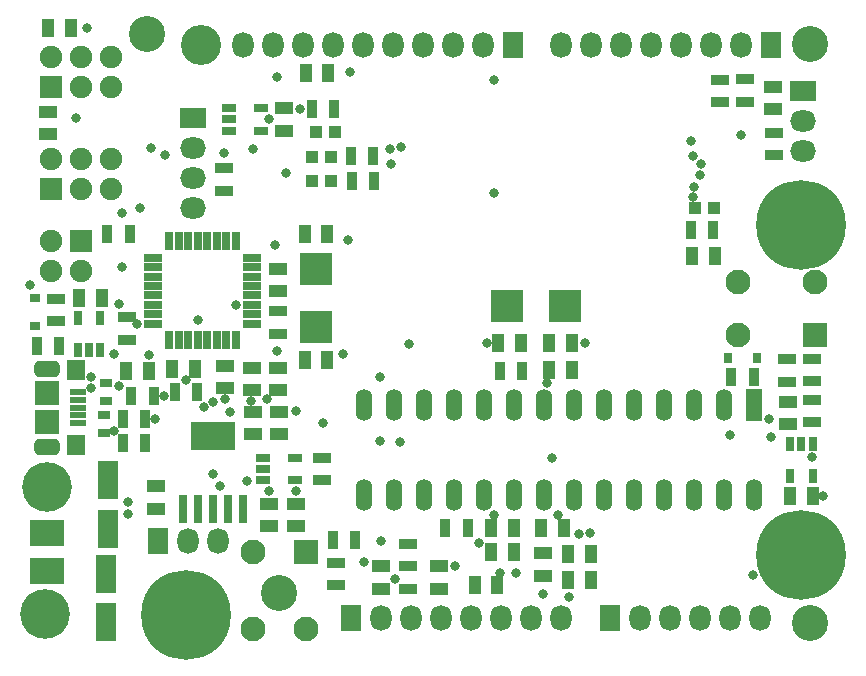
<source format=gts>
G04*
G04 #@! TF.GenerationSoftware,Altium Limited,Altium Designer,20.0.13 (296)*
G04*
G04 Layer_Color=8388736*
%FSLAX44Y44*%
%MOMM*%
G71*
G01*
G75*
%ADD39R,2.1000X2.1000*%
%ADD40R,1.6000X1.8000*%
%ADD41R,1.4500X0.5000*%
%ADD42R,0.9000X1.5000*%
%ADD43R,1.6200X0.6700*%
%ADD44R,0.6700X1.6200*%
%ADD45R,0.8858X0.7588*%
%ADD46R,0.7588X0.8858*%
%ADD47R,1.0000X1.0000*%
%ADD48R,1.2000X0.7500*%
%ADD49R,1.5000X0.9000*%
%ADD50R,1.5000X1.1000*%
%ADD51R,1.1000X0.8000*%
%ADD52R,1.1000X1.5000*%
%ADD53C,3.0480*%
%ADD54R,1.8000X3.2000*%
%ADD55R,2.9000X2.2000*%
%ADD56R,0.7500X1.2000*%
%ADD57R,2.8000X2.7000*%
%ADD58R,3.7000X2.4000*%
%ADD59R,0.8000X2.4000*%
%ADD60R,2.7000X2.8000*%
%ADD61C,3.4000*%
%ADD62C,1.9000*%
%ADD63R,1.9000X1.9000*%
%ADD64C,2.1000*%
%ADD65R,2.1000X2.1000*%
%ADD66C,4.2000*%
G04:AMPARAMS|DCode=67|XSize=2.2mm|YSize=1.4mm|CornerRadius=0.46mm|HoleSize=0mm|Usage=FLASHONLY|Rotation=0.000|XOffset=0mm|YOffset=0mm|HoleType=Round|Shape=RoundedRectangle|*
%AMROUNDEDRECTD67*
21,1,2.2000,0.4800,0,0,0.0*
21,1,1.2800,1.4000,0,0,0.0*
1,1,0.9200,0.6400,-0.2400*
1,1,0.9200,-0.6400,-0.2400*
1,1,0.9200,-0.6400,0.2400*
1,1,0.9200,0.6400,0.2400*
%
%ADD67ROUNDEDRECTD67*%
%ADD68O,1.8000X2.2000*%
%ADD69R,1.8000X2.2000*%
%ADD70O,2.2000X1.8000*%
%ADD71R,2.2000X1.8000*%
%ADD72C,7.6000*%
%ADD73R,1.4000X2.7000*%
%ADD74O,1.4000X2.7000*%
%ADD75C,0.8000*%
D39*
X21995Y189000D02*
D03*
Y213000D02*
D03*
X241500Y78500D02*
D03*
D40*
X46495Y169000D02*
D03*
Y233000D02*
D03*
D41*
X48745Y188000D02*
D03*
Y194500D02*
D03*
Y201000D02*
D03*
Y207500D02*
D03*
Y214000D02*
D03*
D42*
X279500Y414000D02*
D03*
X298500D02*
D03*
X283500Y89000D02*
D03*
X264500D02*
D03*
X280500Y393000D02*
D03*
X299500D02*
D03*
X92500Y348000D02*
D03*
X73500D02*
D03*
X112500Y211000D02*
D03*
X93500D02*
D03*
X86500Y191000D02*
D03*
X105500D02*
D03*
Y171000D02*
D03*
X86500D02*
D03*
X378500Y99000D02*
D03*
X359500D02*
D03*
X620500Y227000D02*
D03*
X601500D02*
D03*
X265500Y454000D02*
D03*
X246500D02*
D03*
X405500Y232000D02*
D03*
X424500D02*
D03*
X586500Y351000D02*
D03*
X567500D02*
D03*
X13500Y253000D02*
D03*
X32500D02*
D03*
X149500Y214000D02*
D03*
X130500D02*
D03*
D43*
X196000Y272000D02*
D03*
Y280000D02*
D03*
Y288000D02*
D03*
Y296000D02*
D03*
Y304000D02*
D03*
Y312000D02*
D03*
Y320000D02*
D03*
Y328000D02*
D03*
X112000D02*
D03*
Y320000D02*
D03*
Y312000D02*
D03*
Y304000D02*
D03*
Y296000D02*
D03*
Y288000D02*
D03*
Y280000D02*
D03*
Y272000D02*
D03*
D44*
X182000Y342000D02*
D03*
X174000D02*
D03*
X166000D02*
D03*
X158000D02*
D03*
X150000D02*
D03*
X142000D02*
D03*
X134000D02*
D03*
X126000D02*
D03*
Y258000D02*
D03*
X134000D02*
D03*
X142000D02*
D03*
X150000D02*
D03*
X158000D02*
D03*
X166000D02*
D03*
X174000D02*
D03*
X182000D02*
D03*
D45*
X12000Y269808D02*
D03*
Y294192D02*
D03*
D46*
X598808Y243000D02*
D03*
X623192D02*
D03*
D47*
X571000Y370000D02*
D03*
X587000D02*
D03*
X266000Y434000D02*
D03*
X250000D02*
D03*
X247000Y413000D02*
D03*
X263000D02*
D03*
Y393000D02*
D03*
X247000D02*
D03*
D48*
X205500Y158500D02*
D03*
Y149000D02*
D03*
Y139500D02*
D03*
X232500Y158500D02*
D03*
Y139500D02*
D03*
X203500Y435500D02*
D03*
Y454500D02*
D03*
X176500Y435500D02*
D03*
Y445000D02*
D03*
Y454500D02*
D03*
D49*
X255000Y158500D02*
D03*
Y139500D02*
D03*
X267000Y69500D02*
D03*
Y50500D02*
D03*
X172000Y384500D02*
D03*
Y403500D02*
D03*
X90000Y258500D02*
D03*
Y277500D02*
D03*
X218000Y263500D02*
D03*
Y282500D02*
D03*
X613000Y479000D02*
D03*
Y460000D02*
D03*
X592000Y459500D02*
D03*
Y478500D02*
D03*
X638000Y433500D02*
D03*
Y414500D02*
D03*
X670000Y207500D02*
D03*
Y188500D02*
D03*
X30000Y274000D02*
D03*
Y293000D02*
D03*
X670000Y223500D02*
D03*
Y242500D02*
D03*
X649000Y223000D02*
D03*
Y242000D02*
D03*
X328000Y85500D02*
D03*
Y66500D02*
D03*
Y47500D02*
D03*
Y66500D02*
D03*
D50*
X233000Y119500D02*
D03*
Y100500D02*
D03*
X219000Y197500D02*
D03*
Y178500D02*
D03*
X218000Y215500D02*
D03*
Y234500D02*
D03*
X196000Y215500D02*
D03*
Y234500D02*
D03*
X218000Y299500D02*
D03*
Y318500D02*
D03*
X173000Y217500D02*
D03*
Y236500D02*
D03*
X23000Y451500D02*
D03*
Y432500D02*
D03*
X637000Y472500D02*
D03*
Y453500D02*
D03*
X115000Y134500D02*
D03*
Y115500D02*
D03*
X210000Y100500D02*
D03*
Y119500D02*
D03*
X305000Y47500D02*
D03*
Y66500D02*
D03*
X354000D02*
D03*
Y47500D02*
D03*
X223000Y454500D02*
D03*
Y435500D02*
D03*
X650000Y206000D02*
D03*
Y187000D02*
D03*
X197000Y178500D02*
D03*
Y197500D02*
D03*
X442000Y58500D02*
D03*
Y77500D02*
D03*
D51*
X72000Y206500D02*
D03*
Y221500D02*
D03*
X71000Y179500D02*
D03*
Y194500D02*
D03*
D52*
X128500Y234000D02*
D03*
X147500D02*
D03*
X240500Y348000D02*
D03*
X259500D02*
D03*
Y241000D02*
D03*
X240500D02*
D03*
X403500Y51000D02*
D03*
X384500D02*
D03*
X23500Y522000D02*
D03*
X42500D02*
D03*
X463500Y77000D02*
D03*
X482500D02*
D03*
X466500Y233000D02*
D03*
X447500D02*
D03*
X260500Y484000D02*
D03*
X241500D02*
D03*
X417500Y79000D02*
D03*
X398500D02*
D03*
Y99000D02*
D03*
X417500D02*
D03*
X460000D02*
D03*
X441000D02*
D03*
X404500Y256000D02*
D03*
X423500D02*
D03*
X466500D02*
D03*
X447500D02*
D03*
X651500Y126000D02*
D03*
X670500D02*
D03*
X49500Y294000D02*
D03*
X68500D02*
D03*
X108500Y232000D02*
D03*
X89500D02*
D03*
X568500Y329000D02*
D03*
X587500D02*
D03*
X482500Y55000D02*
D03*
X463500D02*
D03*
D53*
X668000Y19000D02*
D03*
X107000Y517000D02*
D03*
X668000Y509000D02*
D03*
X219000Y44000D02*
D03*
D54*
X72000Y19500D02*
D03*
Y60500D02*
D03*
X74000Y98500D02*
D03*
Y139500D02*
D03*
D55*
X22000Y63000D02*
D03*
Y95000D02*
D03*
D56*
X651500Y143500D02*
D03*
X670500D02*
D03*
X651500Y170500D02*
D03*
X661000D02*
D03*
X670500D02*
D03*
X48500Y249500D02*
D03*
X58000D02*
D03*
X67500D02*
D03*
X48500Y276500D02*
D03*
X67500D02*
D03*
D57*
X250000Y318500D02*
D03*
Y269500D02*
D03*
D58*
X163000Y177000D02*
D03*
D59*
X188400Y115000D02*
D03*
X175700D02*
D03*
X163000D02*
D03*
X150300D02*
D03*
X137600D02*
D03*
D60*
X411500Y287000D02*
D03*
X460500D02*
D03*
D61*
X152400Y508000D02*
D03*
D62*
X25400Y316600D02*
D03*
X50800D02*
D03*
X25400Y342000D02*
D03*
X76200Y497840D02*
D03*
X50800D02*
D03*
X25400D02*
D03*
X76200Y472440D02*
D03*
X50800D02*
D03*
Y386080D02*
D03*
X76200D02*
D03*
X25400Y411480D02*
D03*
X50800D02*
D03*
X76200D02*
D03*
D63*
X50800Y342000D02*
D03*
X25400Y472440D02*
D03*
Y386080D02*
D03*
D64*
X607500Y262500D02*
D03*
Y307500D02*
D03*
X672500D02*
D03*
X196500Y78500D02*
D03*
Y13500D02*
D03*
X241500D02*
D03*
D65*
X672500Y262500D02*
D03*
D66*
X22000Y134000D02*
D03*
X21000Y26000D02*
D03*
D67*
X21995Y168000D02*
D03*
Y234000D02*
D03*
D68*
X457200Y508000D02*
D03*
X482600D02*
D03*
X508000D02*
D03*
X533400D02*
D03*
X558800D02*
D03*
X584200D02*
D03*
X609600D02*
D03*
X141600Y88000D02*
D03*
X167000D02*
D03*
X187960Y508000D02*
D03*
X213360D02*
D03*
X238760D02*
D03*
X264160D02*
D03*
X289560D02*
D03*
X314960D02*
D03*
X340360D02*
D03*
X365760D02*
D03*
X391160D02*
D03*
X524200Y23000D02*
D03*
X549600D02*
D03*
X575000D02*
D03*
X600400D02*
D03*
X625800D02*
D03*
X457200D02*
D03*
X431800D02*
D03*
X406400D02*
D03*
X381000D02*
D03*
X355600D02*
D03*
X330200D02*
D03*
X304800D02*
D03*
D69*
X635000Y508000D02*
D03*
X116200Y88000D02*
D03*
X416560Y508000D02*
D03*
X498800Y23000D02*
D03*
X279400D02*
D03*
D70*
X146000Y369800D02*
D03*
Y395200D02*
D03*
Y420600D02*
D03*
X662000Y443600D02*
D03*
Y418200D02*
D03*
D71*
X146000Y446000D02*
D03*
X662000Y469000D02*
D03*
D72*
X139700Y25400D02*
D03*
X660400Y76200D02*
D03*
Y355600D02*
D03*
D73*
X620650Y203200D02*
D03*
D74*
X595250D02*
D03*
X569850D02*
D03*
X544450D02*
D03*
X519050D02*
D03*
X493650D02*
D03*
X468250D02*
D03*
X442850D02*
D03*
X417450D02*
D03*
X392050D02*
D03*
X366650D02*
D03*
X341250D02*
D03*
X315850D02*
D03*
X290450D02*
D03*
X620650Y127000D02*
D03*
X595250D02*
D03*
X569850D02*
D03*
X544450D02*
D03*
X519050D02*
D03*
X493650D02*
D03*
X468250D02*
D03*
X442850D02*
D03*
X417450D02*
D03*
X392050D02*
D03*
X366650D02*
D03*
X341250D02*
D03*
X315850D02*
D03*
X290550Y127100D02*
D03*
D75*
X59247Y218000D02*
D03*
X569000Y379000D02*
D03*
X406000Y61000D02*
D03*
X110000Y421000D02*
D03*
X60000Y227000D02*
D03*
X91000Y121000D02*
D03*
X8000Y305000D02*
D03*
X473000Y93765D02*
D03*
X482000Y95000D02*
D03*
X83698Y219000D02*
D03*
X236375Y454000D02*
D03*
X83000Y289000D02*
D03*
X401000Y383000D02*
D03*
Y478000D02*
D03*
X79429Y181000D02*
D03*
X446000Y222000D02*
D03*
X478000Y256000D02*
D03*
X395000D02*
D03*
X108500Y245500D02*
D03*
X140000Y224000D02*
D03*
X150000Y275000D02*
D03*
X173000Y208000D02*
D03*
X195000Y207000D02*
D03*
X233000Y198000D02*
D03*
X273000Y246000D02*
D03*
X217000Y249000D02*
D03*
X182000Y288000D02*
D03*
X215000Y339000D02*
D03*
X277000Y343000D02*
D03*
X210000Y445000D02*
D03*
X197000Y420000D02*
D03*
X47000Y446000D02*
D03*
X56000Y522000D02*
D03*
X570000Y388000D02*
D03*
X634000Y191000D02*
D03*
X635000Y176000D02*
D03*
X679000Y126000D02*
D03*
X455000Y110000D02*
D03*
X419000Y61000D02*
D03*
X388000Y86000D02*
D03*
X401000Y110000D02*
D03*
X368000Y67000D02*
D03*
X305000Y88000D02*
D03*
X192000Y139000D02*
D03*
X233000Y130000D02*
D03*
X210000D02*
D03*
X163000Y145000D02*
D03*
X79000Y246000D02*
D03*
X313000Y420000D02*
D03*
X172000Y417000D02*
D03*
X122000Y415000D02*
D03*
X169000Y135000D02*
D03*
X291000Y70000D02*
D03*
X317000Y56000D02*
D03*
X442000Y43000D02*
D03*
X464000Y41000D02*
D03*
X620000Y59000D02*
D03*
X86000Y320000D02*
D03*
Y366000D02*
D03*
X98500Y272000D02*
D03*
X101000Y370000D02*
D03*
X256000Y188000D02*
D03*
X450000Y158000D02*
D03*
X208750Y208250D02*
D03*
X177000Y197000D02*
D03*
X163000Y206000D02*
D03*
X155250Y201250D02*
D03*
X91000Y111000D02*
D03*
X114000Y191000D02*
D03*
X121000Y211000D02*
D03*
X279000Y485000D02*
D03*
X576000Y407000D02*
D03*
X575000Y398000D02*
D03*
X601000Y178000D02*
D03*
X217000Y481000D02*
D03*
X225000Y400000D02*
D03*
X314000Y407000D02*
D03*
X322000Y422000D02*
D03*
X568000Y427000D02*
D03*
X569000Y414000D02*
D03*
X670250Y159250D02*
D03*
X610000Y432000D02*
D03*
X321000Y172000D02*
D03*
X329000Y255000D02*
D03*
X304000Y227000D02*
D03*
Y173000D02*
D03*
M02*

</source>
